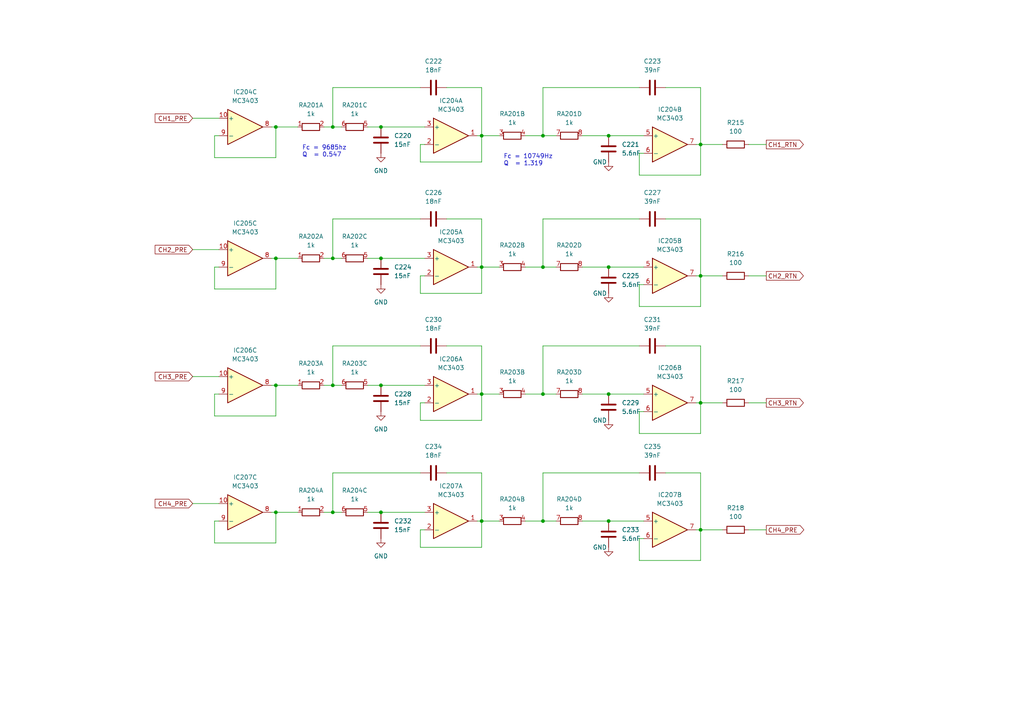
<source format=kicad_sch>
(kicad_sch (version 20230121) (generator eeschema)
  (paper "A4")
  (lib_symbols
    (symbol "Amplifier_Operational:TL074" (pin_names (offset 0.127))
      (property "Reference" "U" (at 0 5.08 0))
      (property "Value" "TL074" (at 0 -5.08 0))
      (symbol "TL074_1_1"
        (polyline (pts (xy -5.08 5.08) (xy 5.08 0) (xy -5.08 -5.08) (xy -5.08 5.08)) (stroke (width 0.254)) (fill (type background)))
        (pin output line (at 7.62 0 180) (length 2.54) (name "~") (number "1"))
        (pin input line (at -7.62 -2.54 0) (length 2.54) (name "-") (number "2"))
        (pin input line (at -7.62 2.54 0) (length 2.54) (name "+") (number "3"))
      )
      (symbol "TL074_2_1"
        (polyline (pts (xy -5.08 5.08) (xy 5.08 0) (xy -5.08 -5.08) (xy -5.08 5.08)) (stroke (width 0.254)) (fill (type background)))
        (pin input line (at -7.62 2.54 0) (length 2.54) (name "+") (number "5"))
        (pin input line (at -7.62 -2.54 0) (length 2.54) (name "-") (number "6"))
        (pin output line (at 7.62 0 180) (length 2.54) (name "~") (number "7"))
      )
      (symbol "TL074_3_1"
        (polyline (pts (xy -5.08 5.08) (xy 5.08 0) (xy -5.08 -5.08) (xy -5.08 5.08)) (stroke (width 0.254)) (fill (type background)))
        (pin input line (at -7.62 2.54 0) (length 2.54) (name "+") (number "10"))
        (pin output line (at 7.62 0 180) (length 2.54) (name "~") (number "8"))
        (pin input line (at -7.62 -2.54 0) (length 2.54) (name "-") (number "9"))
      )
      (symbol "TL074_4_1"
        (polyline (pts (xy -5.08 5.08) (xy 5.08 0) (xy -5.08 -5.08) (xy -5.08 5.08)) (stroke (width 0.254)) (fill (type background)))
        (pin input line (at -7.62 2.54 0) (length 2.54) (name "+") (number "12"))
        (pin input line (at -7.62 -2.54 0) (length 2.54) (name "-") (number "13"))
        (pin output line (at 7.62 0 180) (length 2.54) (name "~") (number "14"))
      )
      (symbol "TL074_5_1"
        (pin power_in line (at -2.54 -7.62 90) (length 3.81) (name "V-") (number "11"))
        (pin power_in line (at -2.54 7.62 270) (length 3.81) (name "V+") (number "4"))
      )
    )
    (symbol "Device:C" (pin_numbers hide) (pin_names (offset 0.254))
      (property "Reference" "C" (at 0.635 2.54 0))
      (property "Value" "C" (at 0.635 -2.54 0))
      (symbol "C_0_1"
        (polyline (pts (xy -2.032 -0.762) (xy 2.032 -0.762)) (stroke (width 0.508)))
        (polyline (pts (xy -2.032 0.762) (xy 2.032 0.762)) (stroke (width 0.508)))
      )
      (symbol "C_1_1"
        (pin passive line (at 0 3.81 270) (length 2.794) (name "~") (number "1"))
        (pin passive line (at 0 -3.81 90) (length 2.794) (name "~") (number "2"))
      )
    )
    (symbol "Device:R" (pin_numbers hide) (pin_names (offset 0))
      (property "Reference" "R" (at 2.032 0 90))
      (property "Value" "R" (at 0 0 90))
      (symbol "R_0_1"
        (rectangle (start -1.016 -2.54) (end 1.016 2.54) (stroke (width 0.254)))
      )
      (symbol "R_1_1"
        (pin passive line (at 0 3.81 270) (length 1.27) (name "~") (number "1"))
        (pin passive line (at 0 -3.81 90) (length 1.27) (name "~") (number "2"))
      )
    )
    (symbol "Device:R_Pack04_SIP_Split" (pin_names (offset 0) hide)
      (property "Reference" "RN" (at 2.032 0 90))
      (property "Value" "R_Pack04_SIP_Split" (at 0 0 90))
      (symbol "R_Pack04_SIP_Split_0_1"
        (rectangle (start 1.016 2.54) (end -1.016 -2.54) (stroke (width 0.254)))
      )
      (symbol "R_Pack04_SIP_Split_1_1"
        (pin passive line (at 0 -3.81 90) (length 1.27) (name "R1.1") (number "1"))
        (pin passive line (at 0 3.81 270) (length 1.27) (name "R1.2") (number "2"))
      )
      (symbol "R_Pack04_SIP_Split_2_1"
        (pin passive line (at 0 -3.81 90) (length 1.27) (name "R2.1") (number "3"))
        (pin passive line (at 0 3.81 270) (length 1.27) (name "R2.2") (number "4"))
      )
      (symbol "R_Pack04_SIP_Split_3_1"
        (pin passive line (at 0 -3.81 90) (length 1.27) (name "R3.1") (number "5"))
        (pin passive line (at 0 3.81 270) (length 1.27) (name "R3.2") (number "6"))
      )
      (symbol "R_Pack04_SIP_Split_4_1"
        (pin passive line (at 0 -3.81 90) (length 1.27) (name "R4.1") (number "7"))
        (pin passive line (at 0 3.81 270) (length 1.27) (name "R4.2") (number "8"))
      )
    )
    (symbol "power:GND" (power) (pin_names (offset 0))
      (property "Value" "GND" (at 0 -3.81 0))
      (symbol "GND_0_1"
        (polyline (pts (xy 0 0) (xy 0 -1.27) (xy 1.27 -1.27) (xy 0 -2.54) (xy -1.27 -1.27) (xy 0 -1.27)))
      )
      (symbol "GND_1_1"
        (pin power_in line (at 0 0 270) (length 0) hide (name "GND") (number "1"))
      )
    )
  )
  (junction (at 176.53 77.47))
  (junction (at 139.7 114.3))
  (junction (at 110.49 36.83))
  (junction (at 157.48 77.47))
  (junction (at 176.53 151.13))
  (junction (at 80.01 148.59))
  (junction (at 96.52 148.59))
  (junction (at 139.7 77.47))
  (junction (at 110.49 74.93))
  (junction (at 80.01 36.83))
  (junction (at 80.01 74.93))
  (junction (at 203.2 153.67))
  (junction (at 157.48 114.3))
  (junction (at 96.52 36.83))
  (junction (at 139.7 151.13))
  (junction (at 96.52 74.93))
  (junction (at 176.53 114.3))
  (junction (at 96.52 111.76))
  (junction (at 139.7 39.37))
  (junction (at 203.2 116.84))
  (junction (at 110.49 111.76))
  (junction (at 203.2 41.91))
  (junction (at 110.49 148.59))
  (junction (at 203.2 80.01))
  (junction (at 157.48 151.13))
  (junction (at 176.53 39.37))
  (junction (at 157.48 39.37))
  (junction (at 80.01 111.76))
  (wire (pts (xy 121.92 85.09) (xy 139.7 85.09)))
  (wire (pts (xy 86.36 36.83) (xy 80.01 36.83)))
  (wire (pts (xy 139.7 77.47) (xy 138.43 77.47)))
  (wire (pts (xy 157.48 137.16) (xy 157.48 151.13)))
  (wire (pts (xy 185.42 63.5) (xy 157.48 63.5)))
  (wire (pts (xy 157.48 100.33) (xy 157.48 114.3)))
  (wire (pts (xy 203.2 88.9) (xy 203.2 80.01)))
  (wire (pts (xy 86.36 74.93) (xy 80.01 74.93)))
  (wire (pts (xy 121.92 80.01) (xy 121.92 85.09)))
  (wire (pts (xy 157.48 25.4) (xy 157.48 39.37)))
  (wire (pts (xy 121.92 116.84) (xy 121.92 121.92)))
  (wire (pts (xy 121.92 121.92) (xy 139.7 121.92)))
  (wire (pts (xy 139.7 114.3) (xy 138.43 114.3)))
  (wire (pts (xy 168.91 77.47) (xy 176.53 77.47)))
  (wire (pts (xy 203.2 80.01) (xy 201.93 80.01)))
  (wire (pts (xy 157.48 77.47) (xy 161.29 77.47)))
  (wire (pts (xy 62.23 45.72) (xy 80.01 45.72)))
  (wire (pts (xy 96.52 63.5) (xy 96.52 74.93)))
  (wire (pts (xy 168.91 39.37) (xy 176.53 39.37)))
  (wire (pts (xy 55.88 72.39) (xy 63.5 72.39)))
  (wire (pts (xy 209.55 116.84) (xy 203.2 116.84)))
  (wire (pts (xy 80.01 120.65) (xy 80.01 111.76)))
  (wire (pts (xy 193.04 63.5) (xy 203.2 63.5)))
  (wire (pts (xy 80.01 45.72) (xy 80.01 36.83)))
  (wire (pts (xy 185.42 25.4) (xy 157.48 25.4)))
  (wire (pts (xy 203.2 116.84) (xy 201.93 116.84)))
  (wire (pts (xy 193.04 137.16) (xy 203.2 137.16)))
  (wire (pts (xy 193.04 25.4) (xy 203.2 25.4)))
  (wire (pts (xy 157.48 63.5) (xy 157.48 77.47)))
  (wire (pts (xy 63.5 114.3) (xy 62.23 114.3)))
  (wire (pts (xy 62.23 83.82) (xy 80.01 83.82)))
  (wire (pts (xy 96.52 111.76) (xy 93.98 111.76)))
  (wire (pts (xy 55.88 146.05) (xy 63.5 146.05)))
  (wire (pts (xy 96.52 74.93) (xy 93.98 74.93)))
  (wire (pts (xy 121.92 41.91) (xy 121.92 46.99)))
  (wire (pts (xy 168.91 151.13) (xy 176.53 151.13)))
  (wire (pts (xy 144.78 114.3) (xy 139.7 114.3)))
  (wire (pts (xy 209.55 153.67) (xy 203.2 153.67)))
  (wire (pts (xy 222.25 80.01) (xy 217.17 80.01)))
  (wire (pts (xy 80.01 83.82) (xy 80.01 74.93)))
  (wire (pts (xy 144.78 77.47) (xy 139.7 77.47)))
  (wire (pts (xy 123.19 41.91) (xy 121.92 41.91)))
  (wire (pts (xy 139.7 100.33) (xy 139.7 114.3)))
  (wire (pts (xy 139.7 85.09) (xy 139.7 77.47)))
  (wire (pts (xy 152.4 114.3) (xy 157.48 114.3)))
  (wire (pts (xy 185.42 100.33) (xy 157.48 100.33)))
  (wire (pts (xy 186.69 77.47) (xy 176.53 77.47)))
  (wire (pts (xy 157.48 114.3) (xy 161.29 114.3)))
  (wire (pts (xy 62.23 151.13) (xy 62.23 157.48)))
  (wire (pts (xy 106.68 111.76) (xy 110.49 111.76)))
  (wire (pts (xy 110.49 111.76) (xy 123.19 111.76)))
  (wire (pts (xy 80.01 148.59) (xy 78.74 148.59)))
  (wire (pts (xy 203.2 63.5) (xy 203.2 80.01)))
  (wire (pts (xy 62.23 39.37) (xy 62.23 45.72)))
  (wire (pts (xy 185.42 137.16) (xy 157.48 137.16)))
  (wire (pts (xy 121.92 100.33) (xy 96.52 100.33)))
  (wire (pts (xy 106.68 148.59) (xy 110.49 148.59)))
  (wire (pts (xy 121.92 25.4) (xy 96.52 25.4)))
  (wire (pts (xy 203.2 162.56) (xy 203.2 153.67)))
  (wire (pts (xy 203.2 41.91) (xy 201.93 41.91)))
  (wire (pts (xy 185.42 50.8) (xy 203.2 50.8)))
  (wire (pts (xy 80.01 36.83) (xy 78.74 36.83)))
  (wire (pts (xy 96.52 36.83) (xy 93.98 36.83)))
  (wire (pts (xy 193.04 100.33) (xy 203.2 100.33)))
  (wire (pts (xy 157.48 39.37) (xy 161.29 39.37)))
  (wire (pts (xy 62.23 114.3) (xy 62.23 120.65)))
  (wire (pts (xy 203.2 50.8) (xy 203.2 41.91)))
  (wire (pts (xy 99.06 74.93) (xy 96.52 74.93)))
  (wire (pts (xy 222.25 41.91) (xy 217.17 41.91)))
  (wire (pts (xy 186.69 82.55) (xy 185.42 82.55)))
  (wire (pts (xy 99.06 36.83) (xy 96.52 36.83)))
  (wire (pts (xy 144.78 151.13) (xy 139.7 151.13)))
  (wire (pts (xy 106.68 36.83) (xy 110.49 36.83)))
  (wire (pts (xy 203.2 25.4) (xy 203.2 41.91)))
  (wire (pts (xy 96.52 25.4) (xy 96.52 36.83)))
  (wire (pts (xy 106.68 74.93) (xy 110.49 74.93)))
  (wire (pts (xy 129.54 137.16) (xy 139.7 137.16)))
  (wire (pts (xy 99.06 111.76) (xy 96.52 111.76)))
  (wire (pts (xy 209.55 80.01) (xy 203.2 80.01)))
  (wire (pts (xy 185.42 119.38) (xy 185.42 125.73)))
  (wire (pts (xy 186.69 39.37) (xy 176.53 39.37)))
  (wire (pts (xy 96.52 137.16) (xy 96.52 148.59)))
  (wire (pts (xy 185.42 88.9) (xy 203.2 88.9)))
  (wire (pts (xy 62.23 77.47) (xy 62.23 83.82)))
  (wire (pts (xy 152.4 39.37) (xy 157.48 39.37)))
  (wire (pts (xy 63.5 77.47) (xy 62.23 77.47)))
  (wire (pts (xy 222.25 153.67) (xy 217.17 153.67)))
  (wire (pts (xy 203.2 153.67) (xy 201.93 153.67)))
  (wire (pts (xy 152.4 151.13) (xy 157.48 151.13)))
  (wire (pts (xy 139.7 25.4) (xy 139.7 39.37)))
  (wire (pts (xy 139.7 46.99) (xy 139.7 39.37)))
  (wire (pts (xy 186.69 44.45) (xy 185.42 44.45)))
  (wire (pts (xy 209.55 41.91) (xy 203.2 41.91)))
  (wire (pts (xy 152.4 77.47) (xy 157.48 77.47)))
  (wire (pts (xy 63.5 39.37) (xy 62.23 39.37)))
  (wire (pts (xy 157.48 151.13) (xy 161.29 151.13)))
  (wire (pts (xy 185.42 125.73) (xy 203.2 125.73)))
  (wire (pts (xy 121.92 153.67) (xy 121.92 158.75)))
  (wire (pts (xy 139.7 137.16) (xy 139.7 151.13)))
  (wire (pts (xy 144.78 39.37) (xy 139.7 39.37)))
  (wire (pts (xy 123.19 80.01) (xy 121.92 80.01)))
  (wire (pts (xy 110.49 148.59) (xy 123.19 148.59)))
  (wire (pts (xy 62.23 157.48) (xy 80.01 157.48)))
  (wire (pts (xy 129.54 100.33) (xy 139.7 100.33)))
  (wire (pts (xy 139.7 63.5) (xy 139.7 77.47)))
  (wire (pts (xy 121.92 63.5) (xy 96.52 63.5)))
  (wire (pts (xy 186.69 151.13) (xy 176.53 151.13)))
  (wire (pts (xy 99.06 148.59) (xy 96.52 148.59)))
  (wire (pts (xy 63.5 151.13) (xy 62.23 151.13)))
  (wire (pts (xy 121.92 46.99) (xy 139.7 46.99)))
  (wire (pts (xy 110.49 74.93) (xy 123.19 74.93)))
  (wire (pts (xy 80.01 157.48) (xy 80.01 148.59)))
  (wire (pts (xy 121.92 158.75) (xy 139.7 158.75)))
  (wire (pts (xy 110.49 36.83) (xy 123.19 36.83)))
  (wire (pts (xy 80.01 74.93) (xy 78.74 74.93)))
  (wire (pts (xy 139.7 158.75) (xy 139.7 151.13)))
  (wire (pts (xy 96.52 100.33) (xy 96.52 111.76)))
  (wire (pts (xy 96.52 148.59) (xy 93.98 148.59)))
  (wire (pts (xy 222.25 116.84) (xy 217.17 116.84)))
  (wire (pts (xy 185.42 156.21) (xy 185.42 162.56)))
  (wire (pts (xy 129.54 25.4) (xy 139.7 25.4)))
  (wire (pts (xy 185.42 82.55) (xy 185.42 88.9)))
  (wire (pts (xy 185.42 44.45) (xy 185.42 50.8)))
  (wire (pts (xy 86.36 148.59) (xy 80.01 148.59)))
  (wire (pts (xy 55.88 109.22) (xy 63.5 109.22)))
  (wire (pts (xy 86.36 111.76) (xy 80.01 111.76)))
  (wire (pts (xy 139.7 39.37) (xy 138.43 39.37)))
  (wire (pts (xy 186.69 156.21) (xy 185.42 156.21)))
  (wire (pts (xy 203.2 137.16) (xy 203.2 153.67)))
  (wire (pts (xy 123.19 116.84) (xy 121.92 116.84)))
  (wire (pts (xy 80.01 111.76) (xy 78.74 111.76)))
  (wire (pts (xy 129.54 63.5) (xy 139.7 63.5)))
  (wire (pts (xy 123.19 153.67) (xy 121.92 153.67)))
  (wire (pts (xy 121.92 137.16) (xy 96.52 137.16)))
  (wire (pts (xy 203.2 100.33) (xy 203.2 116.84)))
  (wire (pts (xy 62.23 120.65) (xy 80.01 120.65)))
  (wire (pts (xy 139.7 151.13) (xy 138.43 151.13)))
  (wire (pts (xy 55.88 34.29) (xy 63.5 34.29)))
  (wire (pts (xy 139.7 121.92) (xy 139.7 114.3)))
  (wire (pts (xy 186.69 114.3) (xy 176.53 114.3)))
  (wire (pts (xy 203.2 125.73) (xy 203.2 116.84)))
  (wire (pts (xy 185.42 162.56) (xy 203.2 162.56)))
  (wire (pts (xy 186.69 119.38) (xy 185.42 119.38)))
  (wire (pts (xy 168.91 114.3) (xy 176.53 114.3)))
  (text "Fc = 9685hz\nQ  = 0.547" (at 87.63 45.72 0) (effects (font (size 1.27 1.27)) (justify left bottom)))
  (text "Fc = 10749Hz\nQ  = 1.319" (at 146.05 48.26 0) (effects (font (size 1.27 1.27)) (justify left bottom)))
  (global_label "CH2_PRE" (shape input) (at 55.88 72.39 180) (property "Intersheetrefs" "${INTERSHEET_REFS}" (effects hide)))
  (global_label "CH3_RTN" (shape output) (at 222.25 116.84 0) (property "Intersheetrefs" "${INTERSHEET_REFS}" (effects hide)))
  (global_label "CH2_RTN" (shape output) (at 222.25 80.01 0) (property "Intersheetrefs" "${INTERSHEET_REFS}" (effects hide)))
  (global_label "CH3_PRE" (shape input) (at 55.88 109.22 180) (property "Intersheetrefs" "${INTERSHEET_REFS}" (effects hide)))
  (global_label "CH4_PRE" (shape input) (at 55.88 146.05 180) (property "Intersheetrefs" "${INTERSHEET_REFS}" (effects hide)))
  (global_label "CH4_PRE" (shape output) (at 222.25 153.67 0) (property "Intersheetrefs" "${INTERSHEET_REFS}" (effects hide)))
  (global_label "CH1_PRE" (shape input) (at 55.88 34.29 180) (property "Intersheetrefs" "${INTERSHEET_REFS}" (effects hide)))
  (global_label "CH1_RTN" (shape output) (at 222.25 41.91 0) (property "Intersheetrefs" "${INTERSHEET_REFS}" (effects hide)))
  (symbol (lib_id "Device:C") (at 189.23 100.33 90) (unit 1)
    (property "Reference" "C231" (at 189.23 92.71 90))
    (property "Value" "39nF" (at 189.23 95.25 90))
  )
  (symbol (lib_id "Device:R_Pack04_SIP_Split") (at 148.59 77.47 270) (unit 2)
    (property "Reference" "RA202" (at 148.59 71.12 90))
    (property "Value" "1k" (at 148.59 73.66 90))
    (property "Footprint" "Resistor_THT:R_Array_SIP8" (effects hide))
    (property "Datasheet" "http://www.vishay.com/docs/31509/csc.pdf" (effects hide))
  )
  (symbol (lib_id "power:GND") (at 110.49 119.38 0) (unit 1)
    (property "Reference" "#PWR?" (effects hide))
    (property "Value" "GND" (at 110.49 124.46 0))
  )
  (symbol (lib_id "Device:R") (at 213.36 41.91 270) (unit 1)
    (property "Reference" "R215" (at 213.36 35.56 90))
    (property "Value" "100" (at 213.36 38.1 90))
  )
  (symbol (lib_id "Device:C") (at 125.73 25.4 90) (unit 1)
    (property "Reference" "C222" (at 125.73 17.78 90))
    (property "Value" "18nF" (at 125.73 20.32 90))
  )
  (symbol (lib_id "Device:C") (at 176.53 118.11 0) (unit 1)
    (property "Reference" "C229" (at 180.34 116.8399 0) (effects (justify left)))
    (property "Value" "5.6nF" (at 180.34 119.3799 0) (effects (justify left)))
  )
  (symbol (lib_id "Device:R_Pack04_SIP_Split") (at 148.59 39.37 270) (unit 2)
    (property "Reference" "RA201" (at 148.59 33.02 90))
    (property "Value" "1k" (at 148.59 35.56 90))
    (property "Footprint" "Resistor_THT:R_Array_SIP8" (effects hide))
    (property "Datasheet" "http://www.vishay.com/docs/31509/csc.pdf" (effects hide))
  )
  (symbol (lib_id "Amplifier_Operational:TL074") (at 194.31 153.67 0) (unit 2)
    (property "Reference" "IC207" (at 194.31 143.51 0))
    (property "Value" "MC3403" (at 194.31 146.05 0))
    (property "Datasheet" "http://www.ti.com/lit/ds/symlink/tl071.pdf" (effects hide))
  )
  (symbol (lib_id "Device:R_Pack04_SIP_Split") (at 165.1 151.13 270) (unit 4)
    (property "Reference" "RA204" (at 165.1 144.78 90))
    (property "Value" "1k" (at 165.1 147.32 90))
    (property "Footprint" "Resistor_THT:R_Array_SIP8" (effects hide))
    (property "Datasheet" "http://www.vishay.com/docs/31509/csc.pdf" (effects hide))
  )
  (symbol (lib_id "Amplifier_Operational:TL074") (at 71.12 148.59 0) (unit 3)
    (property "Reference" "IC207" (at 71.12 138.43 0))
    (property "Value" "MC3403" (at 71.12 140.97 0))
    (property "Datasheet" "http://www.ti.com/lit/ds/symlink/tl071.pdf" (effects hide))
  )
  (symbol (lib_id "Device:C") (at 110.49 78.74 0) (unit 1)
    (property "Reference" "C224" (at 114.3 77.4699 0) (effects (justify left)))
    (property "Value" "15nF" (at 114.3 80.0099 0) (effects (justify left)))
  )
  (symbol (lib_id "Amplifier_Operational:TL074") (at 130.81 114.3 0) (unit 1)
    (property "Reference" "IC206" (at 130.81 104.14 0))
    (property "Value" "MC3403" (at 130.81 106.68 0))
    (property "Datasheet" "http://www.ti.com/lit/ds/symlink/tl071.pdf" (effects hide))
  )
  (symbol (lib_id "power:GND") (at 176.53 121.92 0) (unit 1)
    (property "Reference" "#PWR?" (effects hide))
    (property "Value" "GND" (at 173.99 121.92 0))
  )
  (symbol (lib_id "Device:R_Pack04_SIP_Split") (at 102.87 148.59 90) (unit 3)
    (property "Reference" "RA204" (at 102.87 142.24 90))
    (property "Value" "1k" (at 102.87 144.78 90))
    (property "Footprint" "Resistor_THT:R_Array_SIP8" (effects hide))
    (property "Datasheet" "http://www.vishay.com/docs/31509/csc.pdf" (effects hide))
  )
  (symbol (lib_id "Amplifier_Operational:TL074") (at 71.12 111.76 0) (unit 3)
    (property "Reference" "IC206" (at 71.12 101.6 0))
    (property "Value" "MC3403" (at 71.12 104.14 0))
    (property "Datasheet" "http://www.ti.com/lit/ds/symlink/tl071.pdf" (effects hide))
  )
  (symbol (lib_id "Amplifier_Operational:TL074") (at 194.31 116.84 0) (unit 2)
    (property "Reference" "IC206" (at 194.31 106.68 0))
    (property "Value" "MC3403" (at 194.31 109.22 0))
    (property "Datasheet" "http://www.ti.com/lit/ds/symlink/tl071.pdf" (effects hide))
  )
  (symbol (lib_id "power:GND") (at 176.53 85.09 0) (unit 1)
    (property "Reference" "#PWR?" (effects hide))
    (property "Value" "GND" (at 173.99 85.09 0))
  )
  (symbol (lib_id "Device:C") (at 176.53 81.28 0) (unit 1)
    (property "Reference" "C225" (at 180.34 80.0099 0) (effects (justify left)))
    (property "Value" "5.6nF" (at 180.34 82.5499 0) (effects (justify left)))
  )
  (symbol (lib_id "Device:R_Pack04_SIP_Split") (at 90.17 36.83 270) (unit 1)
    (property "Reference" "RA201" (at 90.17 30.48 90))
    (property "Value" "1k" (at 90.17 33.02 90))
    (property "Footprint" "Resistor_THT:R_Array_SIP8" (effects hide))
    (property "Datasheet" "http://www.vishay.com/docs/31509/csc.pdf" (effects hide))
  )
  (symbol (lib_id "Device:R_Pack04_SIP_Split") (at 165.1 77.47 270) (unit 4)
    (property "Reference" "RA202" (at 165.1 71.12 90))
    (property "Value" "1k" (at 165.1 73.66 90))
    (property "Footprint" "Resistor_THT:R_Array_SIP8" (effects hide))
    (property "Datasheet" "http://www.vishay.com/docs/31509/csc.pdf" (effects hide))
  )
  (symbol (lib_id "Device:C") (at 125.73 63.5 90) (unit 1)
    (property "Reference" "C226" (at 125.73 55.88 90))
    (property "Value" "18nF" (at 125.73 58.42 90))
  )
  (symbol (lib_id "Amplifier_Operational:TL074") (at 130.81 151.13 0) (unit 1)
    (property "Reference" "IC207" (at 130.81 140.97 0))
    (property "Value" "MC3403" (at 130.81 143.51 0))
    (property "Datasheet" "http://www.ti.com/lit/ds/symlink/tl071.pdf" (effects hide))
  )
  (symbol (lib_id "Device:C") (at 125.73 100.33 90) (unit 1)
    (property "Reference" "C230" (at 125.73 92.71 90))
    (property "Value" "18nF" (at 125.73 95.25 90))
  )
  (symbol (lib_id "Device:R") (at 213.36 80.01 270) (unit 1)
    (property "Reference" "R216" (at 213.36 73.66 90))
    (property "Value" "100" (at 213.36 76.2 90))
  )
  (symbol (lib_id "Device:C") (at 125.73 137.16 90) (unit 1)
    (property "Reference" "C234" (at 125.73 129.54 90))
    (property "Value" "18nF" (at 125.73 132.08 90))
  )
  (symbol (lib_id "Device:R_Pack04_SIP_Split") (at 102.87 111.76 90) (unit 3)
    (property "Reference" "RA203" (at 102.87 105.41 90))
    (property "Value" "1k" (at 102.87 107.95 90))
    (property "Footprint" "Resistor_THT:R_Array_SIP8" (effects hide))
    (property "Datasheet" "http://www.vishay.com/docs/31509/csc.pdf" (effects hide))
  )
  (symbol (lib_id "Device:R_Pack04_SIP_Split") (at 148.59 114.3 270) (unit 2)
    (property "Reference" "RA203" (at 148.59 107.95 90))
    (property "Value" "1k" (at 148.59 110.49 90))
    (property "Footprint" "Resistor_THT:R_Array_SIP8" (effects hide))
    (property "Datasheet" "http://www.vishay.com/docs/31509/csc.pdf" (effects hide))
  )
  (symbol (lib_id "Device:R_Pack04_SIP_Split") (at 148.59 151.13 270) (unit 2)
    (property "Reference" "RA204" (at 148.59 144.78 90))
    (property "Value" "1k" (at 148.59 147.32 90))
    (property "Footprint" "Resistor_THT:R_Array_SIP8" (effects hide))
    (property "Datasheet" "http://www.vishay.com/docs/31509/csc.pdf" (effects hide))
  )
  (symbol (lib_id "Device:C") (at 189.23 63.5 90) (unit 1)
    (property "Reference" "C227" (at 189.23 55.88 90))
    (property "Value" "39nF" (at 189.23 58.42 90))
  )
  (symbol (lib_id "Device:R_Pack04_SIP_Split") (at 90.17 74.93 270) (unit 1)
    (property "Reference" "RA202" (at 90.17 68.58 90))
    (property "Value" "1k" (at 90.17 71.12 90))
    (property "Footprint" "Resistor_THT:R_Array_SIP8" (effects hide))
    (property "Datasheet" "http://www.vishay.com/docs/31509/csc.pdf" (effects hide))
  )
  (symbol (lib_id "power:GND") (at 110.49 156.21 0) (unit 1)
    (property "Reference" "#PWR?" (effects hide))
    (property "Value" "GND" (at 110.49 161.29 0))
  )
  (symbol (lib_id "Device:R") (at 213.36 153.67 270) (unit 1)
    (property "Reference" "R218" (at 213.36 147.32 90))
    (property "Value" "100" (at 213.36 149.86 90))
  )
  (symbol (lib_id "power:GND") (at 176.53 46.99 0) (unit 1)
    (property "Reference" "#PWR?" (effects hide))
    (property "Value" "GND" (at 173.99 46.99 0))
  )
  (symbol (lib_id "Device:R_Pack04_SIP_Split") (at 102.87 36.83 90) (unit 3)
    (property "Reference" "RA201" (at 102.87 30.48 90))
    (property "Value" "1k" (at 102.87 33.02 90))
    (property "Footprint" "Resistor_THT:R_Array_SIP8" (effects hide))
    (property "Datasheet" "http://www.vishay.com/docs/31509/csc.pdf" (effects hide))
  )
  (symbol (lib_id "Amplifier_Operational:TL074") (at 130.81 39.37 0) (unit 1)
    (property "Reference" "IC204" (at 130.81 29.21 0))
    (property "Value" "MC3403" (at 130.81 31.75 0))
    (property "Datasheet" "http://www.ti.com/lit/ds/symlink/tl071.pdf" (effects hide))
  )
  (symbol (lib_id "power:GND") (at 110.49 82.55 0) (unit 1)
    (property "Reference" "#PWR?" (effects hide))
    (property "Value" "GND" (at 110.49 87.63 0))
  )
  (symbol (lib_id "Device:R_Pack04_SIP_Split") (at 90.17 148.59 270) (unit 1)
    (property "Reference" "RA204" (at 90.17 142.24 90))
    (property "Value" "1k" (at 90.17 144.78 90))
    (property "Footprint" "Resistor_THT:R_Array_SIP8" (effects hide))
    (property "Datasheet" "http://www.vishay.com/docs/31509/csc.pdf" (effects hide))
  )
  (symbol (lib_id "Device:R_Pack04_SIP_Split") (at 165.1 114.3 270) (unit 4)
    (property "Reference" "RA203" (at 165.1 107.95 90))
    (property "Value" "1k" (at 165.1 110.49 90))
    (property "Footprint" "Resistor_THT:R_Array_SIP8" (effects hide))
    (property "Datasheet" "http://www.vishay.com/docs/31509/csc.pdf" (effects hide))
  )
  (symbol (lib_id "Amplifier_Operational:TL074") (at 71.12 36.83 0) (unit 3)
    (property "Reference" "IC204" (at 71.12 26.67 0))
    (property "Value" "MC3403" (at 71.12 29.21 0))
    (property "Datasheet" "http://www.ti.com/lit/ds/symlink/tl071.pdf" (effects hide))
  )
  (symbol (lib_id "Device:R") (at 213.36 116.84 270) (unit 1)
    (property "Reference" "R217" (at 213.36 110.49 90))
    (property "Value" "100" (at 213.36 113.03 90))
  )
  (symbol (lib_id "Amplifier_Operational:TL074") (at 194.31 41.91 0) (unit 2)
    (property "Reference" "IC204" (at 194.31 31.75 0))
    (property "Value" "MC3403" (at 194.31 34.29 0))
    (property "Datasheet" "http://www.ti.com/lit/ds/symlink/tl071.pdf" (effects hide))
  )
  (symbol (lib_id "Amplifier_Operational:TL074") (at 194.31 80.01 0) (unit 2)
    (property "Reference" "IC205" (at 194.31 69.85 0))
    (property "Value" "MC3403" (at 194.31 72.39 0))
    (property "Datasheet" "http://www.ti.com/lit/ds/symlink/tl071.pdf" (effects hide))
  )
  (symbol (lib_id "Device:C") (at 189.23 25.4 90) (unit 1)
    (property "Reference" "C223" (at 189.23 17.78 90))
    (property "Value" "39nF" (at 189.23 20.32 90))
  )
  (symbol (lib_id "Device:C") (at 189.23 137.16 90) (unit 1)
    (property "Reference" "C235" (at 189.23 129.54 90))
    (property "Value" "39nF" (at 189.23 132.08 90))
  )
  (symbol (lib_id "Device:R_Pack04_SIP_Split") (at 90.17 111.76 270) (unit 1)
    (property "Reference" "RA203" (at 90.17 105.41 90))
    (property "Value" "1k" (at 90.17 107.95 90))
    (property "Footprint" "Resistor_THT:R_Array_SIP8" (effects hide))
    (property "Datasheet" "http://www.vishay.com/docs/31509/csc.pdf" (effects hide))
  )
  (symbol (lib_id "Device:C") (at 176.53 154.94 0) (unit 1)
    (property "Reference" "C233" (at 180.34 153.6699 0) (effects (justify left)))
    (property "Value" "5.6nF" (at 180.34 156.2099 0) (effects (justify left)))
  )
  (symbol (lib_id "Device:C") (at 110.49 40.64 0) (unit 1)
    (property "Reference" "C220" (at 114.3 39.3699 0) (effects (justify left)))
    (property "Value" "15nF" (at 114.3 41.9099 0) (effects (justify left)))
  )
  (symbol (lib_id "Device:C") (at 110.49 115.57 0) (unit 1)
    (property "Reference" "C228" (at 114.3 114.2999 0) (effects (justify left)))
    (property "Value" "15nF" (at 114.3 116.8399 0) (effects (justify left)))
  )
  (symbol (lib_id "power:GND") (at 110.49 44.45 0) (unit 1)
    (property "Reference" "#PWR?" (effects hide))
    (property "Value" "GND" (at 110.49 49.53 0))
  )
  (symbol (lib_id "Device:R_Pack04_SIP_Split") (at 102.87 74.93 90) (unit 3)
    (property "Reference" "RA202" (at 102.87 68.58 90))
    (property "Value" "1k" (at 102.87 71.12 90))
    (property "Footprint" "Resistor_THT:R_Array_SIP8" (effects hide))
    (property "Datasheet" "http://www.vishay.com/docs/31509/csc.pdf" (effects hide))
  )
  (symbol (lib_id "Device:R_Pack04_SIP_Split") (at 165.1 39.37 270) (unit 4)
    (property "Reference" "RA201" (at 165.1 33.02 90))
    (property "Value" "1k" (at 165.1 35.56 90))
    (property "Footprint" "Resistor_THT:R_Array_SIP8" (effects hide))
    (property "Datasheet" "http://www.vishay.com/docs/31509/csc.pdf" (effects hide))
  )
  (symbol (lib_id "Amplifier_Operational:TL074") (at 130.81 77.47 0) (unit 1)
    (property "Reference" "IC205" (at 130.81 67.31 0))
    (property "Value" "MC3403" (at 130.81 69.85 0))
    (property "Datasheet" "http://www.ti.com/lit/ds/symlink/tl071.pdf" (effects hide))
  )
  (symbol (lib_id "power:GND") (at 176.53 158.75 0) (unit 1)
    (property "Reference" "#PWR?" (effects hide))
    (property "Value" "GND" (at 173.99 158.75 0))
  )
  (symbol (lib_id "Amplifier_Operational:TL074") (at 71.12 74.93 0) (unit 3)
    (property "Reference" "IC205" (at 71.12 64.77 0))
    (property "Value" "MC3403" (at 71.12 67.31 0))
    (property "Datasheet" "http://www.ti.com/lit/ds/symlink/tl071.pdf" (effects hide))
  )
  (symbol (lib_id "Device:C") (at 110.49 152.4 0) (unit 1)
    (property "Reference" "C232" (at 114.3 151.1299 0) (effects (justify left)))
    (property "Value" "15nF" (at 114.3 153.6699 0) (effects (justify left)))
  )
  (symbol (lib_id "Device:C") (at 176.53 43.18 0) (unit 1)
    (property "Reference" "C221" (at 180.34 41.9099 0) (effects (justify left)))
    (property "Value" "5.6nF" (at 180.34 44.4499 0) (effects (justify left)))
  )
)
</source>
